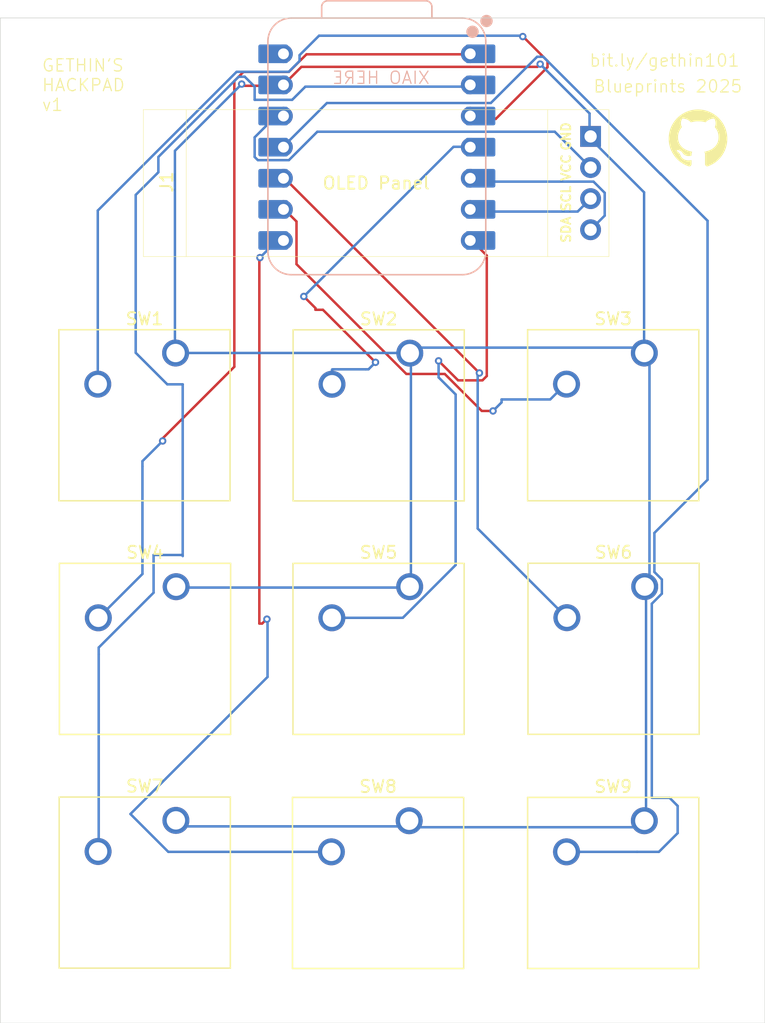
<source format=kicad_pcb>
(kicad_pcb (version 20241229) (generator "pcbnew") (generator_version "9.0")
  (layers (0 "F.Cu" signal) (2 "B.Cu" signal) (13 "F.Paste" user) (15 "B.Paste" user) (5 "F.SilkS" user "F.Silkscreen") (7 "B.SilkS" user "B.Silkscreen") (1 "F.Mask" user) (3 "B.Mask" user) (25 "Edge.Cuts" user))
  (net 0 "")
  (net 1 "Net-(J1-Pin_2)")
  (net 2 "GND")
  (net 3 "Net-(J1-Pin_4)")
  (net 4 "Net-(J1-Pin_3)")
  (net 5 "Net-(U1-GPIO28{slash}ADC2{slash}A2)")
  (net 6 "Net-(U1-GPIO29{slash}ADC3{slash}A3)")
  (net 7 "Net-(U1-GPIO2{slash}SCK)")
  (net 8 "Net-(U1-GPIO26{slash}ADC0{slash}A0)")
  (net 9 "Net-(U1-GPIO0{slash}TX)")
  (net 10 "Net-(U1-GPIO4{slash}MISO)")
  (net 11 "Net-(U1-GPIO27{slash}ADC1{slash}A1)")
  (net 12 "Net-(U1-GPIO1{slash}RX)")
  (net 13 "Net-(U1-GPIO3{slash}MOSI)")
  (footprint "Button_Switch_Keyboard:SW_Cherry_MX_1.00u_PCB" (layer "F.Cu") (at 150.75 56.9)
    (property "Reference" "SW3" (at -2.54 -2.794 0) (layer "F.SilkS"))
    (property "Value" "SW_Push")
    (fp_line (start -9.525 -1.905) (end 4.445 -1.905) (stroke (width 0.12)) (layer "F.SilkS"))
    (fp_line (start -9.525 12.065) (end -9.525 -1.905) (stroke (width 0.12)) (layer "F.SilkS"))
    (fp_line (start 4.445 -1.905) (end 4.445 12.065) (stroke (width 0.12)) (layer "F.SilkS"))
    (fp_line (start 4.445 12.065) (end -9.525 12.065) (stroke (width 0.12)) (layer "F.SilkS"))
    (pad "" np_thru_hole circle (at -7.62 5.08) (size 1.7 1.7) (drill 1.7) (layers "*.Cu" "*.Mask"))
    (pad "" np_thru_hole circle (at -2.54 5.08) (size 4 4) (drill 4) (layers "*.Cu" "*.Mask"))
    (pad "" np_thru_hole circle (at 2.54 5.08) (size 1.7 1.7) (drill 1.7) (layers "*.Cu" "*.Mask"))
    (pad "1" thru_hole circle (at 0 0) (size 2.2 2.2) (drill 1.5) (layers "*.Cu" "*.Mask") (net 2 "GND"))
    (pad "2" thru_hole circle (at -6.35 2.54) (size 2.2 2.2) (drill 1.5) (layers "*.Cu" "*.Mask") (net 7 "Net-(U1-GPIO2{slash}SCK)"))
  )
  (footprint "gethin_library_fresh:SSD1306-0.91-OLED-4pin-128x32" (layer "F.Cu") (at 109.865 37.025)
    (property "Reference" "J1" (at 1.9 5.91 90) (layer "F.SilkS"))
    (property "Value" "Conn_01x04")
    (fp_line (start 0 0) (end 0 12) (stroke (width 0.04)) (layer "F.SilkS"))
    (fp_line (start 0 12) (end 38 12) (stroke (width 0.04)) (layer "F.SilkS"))
    (fp_line (start 3.5 0) (end 3.5 12) (stroke (width 0.04)) (layer "F.SilkS"))
    (fp_line (start 33 0) (end 33 12) (stroke (width 0.04)) (layer "F.SilkS"))
    (fp_line (start 38 0) (end 0 0) (stroke (width 0.04)) (layer "F.SilkS"))
    (fp_line (start 38 12) (end 38 0) (stroke (width 0.04)) (layer "F.SilkS"))
    (fp_text user "GND" (at 34.5 2.19 270) (layer "F.SilkS") (effects (font (size 0.75 0.75))))
    (fp_text user "OLED Panel" (at 19 6 0) (layer "F.SilkS"))
    (fp_text user "SDA" (at 34.5 9.81 270) (layer "F.SilkS") (effects (font (size 0.75 0.75))))
    (fp_text user "VCC" (at 34.5 4.73 270) (layer "F.SilkS") (effects (font (size 0.75 0.75))))
    (fp_text user "SCL" (at 34.5 7.27 270) (layer "F.SilkS") (effects (font (size 0.75 0.75))))
    (pad "1" thru_hole rect (at 36.5 2.19) (size 1.7 1.7) (drill 1) (layers "*.Cu" "*.Mask") (net 2 "GND"))
    (pad "2" thru_hole oval (at 36.5 4.73) (size 1.7 1.7) (drill 1) (layers "*.Cu" "*.Mask") (net 1 "Net-(J1-Pin_2)"))
    (pad "3" thru_hole oval (at 36.5 7.27) (size 1.7 1.7) (drill 1) (layers "*.Cu" "*.Mask") (net 4 "Net-(J1-Pin_3)"))
    (pad "4" thru_hole oval (at 36.5 9.81) (size 1.7 1.7) (drill 1) (layers "*.Cu" "*.Mask") (net 3 "Net-(J1-Pin_4)"))
  )
  (footprint "Button_Switch_Keyboard:SW_Cherry_MX_1.00u_PCB" (layer "F.Cu") (at 112.52 95.06)
    (property "Reference" "SW7" (at -2.54 -2.794 0) (layer "F.SilkS"))
    (property "Value" "SW_Push")
    (fp_line (start -9.525 -1.905) (end 4.445 -1.905) (stroke (width 0.12)) (layer "F.SilkS"))
    (fp_line (start -9.525 12.065) (end -9.525 -1.905) (stroke (width 0.12)) (layer "F.SilkS"))
    (fp_line (start 4.445 -1.905) (end 4.445 12.065) (stroke (width 0.12)) (layer "F.SilkS"))
    (fp_line (start 4.445 12.065) (end -9.525 12.065) (stroke (width 0.12)) (layer "F.SilkS"))
    (pad "" np_thru_hole circle (at -7.62 5.08) (size 1.7 1.7) (drill 1.7) (layers "*.Cu" "*.Mask"))
    (pad "" np_thru_hole circle (at -2.54 5.08) (size 4 4) (drill 4) (layers "*.Cu" "*.Mask"))
    (pad "" np_thru_hole circle (at 2.54 5.08) (size 1.7 1.7) (drill 1.7) (layers "*.Cu" "*.Mask"))
    (pad "1" thru_hole circle (at 0 0) (size 2.2 2.2) (drill 1.5) (layers "*.Cu" "*.Mask") (net 2 "GND"))
    (pad "2" thru_hole circle (at -6.35 2.54) (size 2.2 2.2) (drill 1.5) (layers "*.Cu" "*.Mask") (net 11 "Net-(U1-GPIO27{slash}ADC1{slash}A1)"))
  )
  (footprint "Button_Switch_Keyboard:SW_Cherry_MX_1.00u_PCB" (layer "F.Cu") (at 131.56 95.09)
    (property "Reference" "SW8" (at -2.54 -2.794 0) (layer "F.SilkS"))
    (property "Value" "SW_Push")
    (fp_line (start -9.525 -1.905) (end 4.445 -1.905) (stroke (width 0.12)) (layer "F.SilkS"))
    (fp_line (start -9.525 12.065) (end -9.525 -1.905) (stroke (width 0.12)) (layer "F.SilkS"))
    (fp_line (start 4.445 -1.905) (end 4.445 12.065) (stroke (width 0.12)) (layer "F.SilkS"))
    (fp_line (start 4.445 12.065) (end -9.525 12.065) (stroke (width 0.12)) (layer "F.SilkS"))
    (pad "" np_thru_hole circle (at -7.62 5.08) (size 1.7 1.7) (drill 1.7) (layers "*.Cu" "*.Mask"))
    (pad "" np_thru_hole circle (at -2.54 5.08) (size 4 4) (drill 4) (layers "*.Cu" "*.Mask"))
    (pad "" np_thru_hole circle (at 2.54 5.08) (size 1.7 1.7) (drill 1.7) (layers "*.Cu" "*.Mask"))
    (pad "1" thru_hole circle (at 0 0) (size 2.2 2.2) (drill 1.5) (layers "*.Cu" "*.Mask") (net 2 "GND"))
    (pad "2" thru_hole circle (at -6.35 2.54) (size 2.2 2.2) (drill 1.5) (layers "*.Cu" "*.Mask") (net 12 "Net-(U1-GPIO1{slash}RX)"))
  )
  (footprint "Button_Switch_Keyboard:SW_Cherry_MX_1.00u_PCB" (layer "F.Cu") (at 150.78 75.97)
    (property "Reference" "SW6" (at -2.54 -2.794 0) (layer "F.SilkS"))
    (property "Value" "SW_Push")
    (fp_line (start -9.525 -1.905) (end 4.445 -1.905) (stroke (width 0.12)) (layer "F.SilkS"))
    (fp_line (start -9.525 12.065) (end -9.525 -1.905) (stroke (width 0.12)) (layer "F.SilkS"))
    (fp_line (start 4.445 -1.905) (end 4.445 12.065) (stroke (width 0.12)) (layer "F.SilkS"))
    (fp_line (start 4.445 12.065) (end -9.525 12.065) (stroke (width 0.12)) (layer "F.SilkS"))
    (pad "" np_thru_hole circle (at -7.62 5.08) (size 1.7 1.7) (drill 1.7) (layers "*.Cu" "*.Mask"))
    (pad "" np_thru_hole circle (at -2.54 5.08) (size 4 4) (drill 4) (layers "*.Cu" "*.Mask"))
    (pad "" np_thru_hole circle (at 2.54 5.08) (size 1.7 1.7) (drill 1.7) (layers "*.Cu" "*.Mask"))
    (pad "1" thru_hole circle (at 0 0) (size 2.2 2.2) (drill 1.5) (layers "*.Cu" "*.Mask") (net 2 "GND"))
    (pad "2" thru_hole circle (at -6.35 2.54) (size 2.2 2.2) (drill 1.5) (layers "*.Cu" "*.Mask") (net 10 "Net-(U1-GPIO4{slash}MISO)"))
  )
  (footprint "Button_Switch_Keyboard:SW_Cherry_MX_1.00u_PCB" (layer "F.Cu") (at 112.54 75.98)
    (property "Reference" "SW4" (at -2.54 -2.794 0) (layer "F.SilkS"))
    (property "Value" "SW_Push")
    (fp_line (start -9.525 -1.905) (end 4.445 -1.905) (stroke (width 0.12)) (layer "F.SilkS"))
    (fp_line (start -9.525 12.065) (end -9.525 -1.905) (stroke (width 0.12)) (layer "F.SilkS"))
    (fp_line (start 4.445 -1.905) (end 4.445 12.065) (stroke (width 0.12)) (layer "F.SilkS"))
    (fp_line (start 4.445 12.065) (end -9.525 12.065) (stroke (width 0.12)) (layer "F.SilkS"))
    (pad "" np_thru_hole circle (at -7.62 5.08) (size 1.7 1.7) (drill 1.7) (layers "*.Cu" "*.Mask"))
    (pad "" np_thru_hole circle (at -2.54 5.08) (size 4 4) (drill 4) (layers "*.Cu" "*.Mask"))
    (pad "" np_thru_hole circle (at 2.54 5.08) (size 1.7 1.7) (drill 1.7) (layers "*.Cu" "*.Mask"))
    (pad "1" thru_hole circle (at 0 0) (size 2.2 2.2) (drill 1.5) (layers "*.Cu" "*.Mask") (net 2 "GND"))
    (pad "2" thru_hole circle (at -6.35 2.54) (size 2.2 2.2) (drill 1.5) (layers "*.Cu" "*.Mask") (net 8 "Net-(U1-GPIO26{slash}ADC0{slash}A0)"))
  )
  (footprint "Button_Switch_Keyboard:SW_Cherry_MX_1.00u_PCB" (layer "F.Cu") (at 131.61 56.91)
    (property "Reference" "SW2" (at -2.54 -2.794 0) (layer "F.SilkS"))
    (property "Value" "SW_Push")
    (fp_line (start -9.525 -1.905) (end 4.445 -1.905) (stroke (width 0.12)) (layer "F.SilkS"))
    (fp_line (start -9.525 12.065) (end -9.525 -1.905) (stroke (width 0.12)) (layer "F.SilkS"))
    (fp_line (start 4.445 -1.905) (end 4.445 12.065) (stroke (width 0.12)) (layer "F.SilkS"))
    (fp_line (start 4.445 12.065) (end -9.525 12.065) (stroke (width 0.12)) (layer "F.SilkS"))
    (pad "" np_thru_hole circle (at -7.62 5.08) (size 1.7 1.7) (drill 1.7) (layers "*.Cu" "*.Mask"))
    (pad "" np_thru_hole circle (at -2.54 5.08) (size 4 4) (drill 4) (layers "*.Cu" "*.Mask"))
    (pad "" np_thru_hole circle (at 2.54 5.08) (size 1.7 1.7) (drill 1.7) (layers "*.Cu" "*.Mask"))
    (pad "1" thru_hole circle (at 0 0) (size 2.2 2.2) (drill 1.5) (layers "*.Cu" "*.Mask") (net 2 "GND"))
    (pad "2" thru_hole circle (at -6.35 2.54) (size 2.2 2.2) (drill 1.5) (layers "*.Cu" "*.Mask") (net 6 "Net-(U1-GPIO29{slash}ADC3{slash}A3)"))
  )
  (footprint "Button_Switch_Keyboard:SW_Cherry_MX_1.00u_PCB" (layer "F.Cu") (at 131.6 75.98)
    (property "Reference" "SW5" (at -2.54 -2.794 0) (layer "F.SilkS"))
    (property "Value" "SW_Push")
    (fp_line (start -9.525 -1.905) (end 4.445 -1.905) (stroke (width 0.12)) (layer "F.SilkS"))
    (fp_line (start -9.525 12.065) (end -9.525 -1.905) (stroke (width 0.12)) (layer "F.SilkS"))
    (fp_line (start 4.445 -1.905) (end 4.445 12.065) (stroke (width 0.12)) (layer "F.SilkS"))
    (fp_line (start 4.445 12.065) (end -9.525 12.065) (stroke (width 0.12)) (layer "F.SilkS"))
    (pad "" np_thru_hole circle (at -7.62 5.08) (size 1.7 1.7) (drill 1.7) (layers "*.Cu" "*.Mask"))
    (pad "" np_thru_hole circle (at -2.54 5.08) (size 4 4) (drill 4) (layers "*.Cu" "*.Mask"))
    (pad "" np_thru_hole circle (at 2.54 5.08) (size 1.7 1.7) (drill 1.7) (layers "*.Cu" "*.Mask"))
    (pad "1" thru_hole circle (at 0 0) (size 2.2 2.2) (drill 1.5) (layers "*.Cu" "*.Mask") (net 2 "GND"))
    (pad "2" thru_hole circle (at -6.35 2.54) (size 2.2 2.2) (drill 1.5) (layers "*.Cu" "*.Mask") (net 9 "Net-(U1-GPIO0{slash}TX)"))
  )
  (footprint "Button_Switch_Keyboard:SW_Cherry_MX_1.00u_PCB" (layer "F.Cu") (at 150.75 95.09)
    (property "Reference" "SW9" (at -2.54 -2.794 0) (layer "F.SilkS"))
    (property "Value" "SW_Push")
    (fp_line (start -9.525 -1.905) (end 4.445 -1.905) (stroke (width 0.12)) (layer "F.SilkS"))
    (fp_line (start -9.525 12.065) (end -9.525 -1.905) (stroke (width 0.12)) (layer "F.SilkS"))
    (fp_line (start 4.445 -1.905) (end 4.445 12.065) (stroke (width 0.12)) (layer "F.SilkS"))
    (fp_line (start 4.445 12.065) (end -9.525 12.065) (stroke (width 0.12)) (layer "F.SilkS"))
    (pad "" np_thru_hole circle (at -7.62 5.08) (size 1.7 1.7) (drill 1.7) (layers "*.Cu" "*.Mask"))
    (pad "" np_thru_hole circle (at -2.54 5.08) (size 4 4) (drill 4) (layers "*.Cu" "*.Mask"))
    (pad "" np_thru_hole circle (at 2.54 5.08) (size 1.7 1.7) (drill 1.7) (layers "*.Cu" "*.Mask"))
    (pad "1" thru_hole circle (at 0 0) (size 2.2 2.2) (drill 1.5) (layers "*.Cu" "*.Mask") (net 2 "GND"))
    (pad "2" thru_hole circle (at -6.35 2.54) (size 2.2 2.2) (drill 1.5) (layers "*.Cu" "*.Mask") (net 13 "Net-(U1-GPIO3{slash}MOSI)"))
  )
  (footprint "Button_Switch_Keyboard:SW_Cherry_MX_1.00u_PCB" (layer "F.Cu") (at 112.495 56.9)
    (property "Reference" "SW1" (at -2.54 -2.794 0) (layer "F.SilkS"))
    (property "Value" "SW_Push")
    (fp_line (start -9.525 -1.905) (end 4.445 -1.905) (stroke (width 0.12)) (layer "F.SilkS"))
    (fp_line (start -9.525 12.065) (end -9.525 -1.905) (stroke (width 0.12)) (layer "F.SilkS"))
    (fp_line (start 4.445 -1.905) (end 4.445 12.065) (stroke (width 0.12)) (layer "F.SilkS"))
    (fp_line (start 4.445 12.065) (end -9.525 12.065) (stroke (width 0.12)) (layer "F.SilkS"))
    (pad "" np_thru_hole circle (at -7.62 5.08) (size 1.7 1.7) (drill 1.7) (layers "*.Cu" "*.Mask"))
    (pad "" np_thru_hole circle (at -2.54 5.08) (size 4 4) (drill 4) (layers "*.Cu" "*.Mask"))
    (pad "" np_thru_hole circle (at 2.54 5.08) (size 1.7 1.7) (drill 1.7) (layers "*.Cu" "*.Mask"))
    (pad "1" thru_hole circle (at 0 0) (size 2.2 2.2) (drill 1.5) (layers "*.Cu" "*.Mask") (net 2 "GND"))
    (pad "2" thru_hole circle (at -6.35 2.54) (size 2.2 2.2) (drill 1.5) (layers "*.Cu" "*.Mask") (net 5 "Net-(U1-GPIO28{slash}ADC2{slash}A2)"))
  )
  (footprint "gethin_footprints:XIAO-RP2040-DIP" (layer "B.Cu") (at 128.92 40.09 180)
    (property "Reference" "U1" (hide yes))
    (property "Value" "XIAO-RP2040-DIP")
    (fp_line (start 8.89 -8.509) (end 8.89 8.636) (stroke (width 0.127)) (layer "B.SilkS"))
    (fp_line (start 6.985 10.541) (end -6.985 10.541) (stroke (width 0.1)) (layer "B.SilkS"))
    (fp_line (start 6.985 10.541) (end -6.985 10.541) (stroke (width 0.127)) (layer "B.SilkS"))
    (fp_line (start 4.504 11.451) (end 4.504 10.541) (stroke (width 0.127)) (layer "B.SilkS"))
    (fp_line (start -3.991272 11.951) (end 4.004 11.951) (stroke (width 0.127)) (layer "B.SilkS"))
    (fp_line (start -4.495 10.541) (end -4.491272 11.451272) (stroke (width 0.127)) (layer "B.SilkS"))
    (fp_line (start -6.985 -10.414) (end 6.985 -10.414) (stroke (width 0.127)) (layer "B.SilkS"))
    (fp_line (start -8.89 -8.509) (end -8.89 8.636) (stroke (width 0.127)) (layer "B.SilkS"))
    (fp_arc (start 8.89 8.636) (mid 8.332038 9.983038) (end 6.985 10.541) (stroke (width 0.127)) (layer "B.SilkS"))
    (fp_arc (start 6.985 -10.414) (mid 8.332038 -9.856038) (end 8.89 -8.509) (stroke (width 0.127)) (layer "B.SilkS"))
    (fp_arc (start 4.504 11.451) (mid 4.357553 11.804553) (end 4.004 11.951) (stroke (width 0.127)) (layer "B.SilkS"))
    (fp_arc (start -3.991272 11.951) (mid -4.344724 11.804644) (end -4.491272 11.451272) (stroke (width 0.127)) (layer "B.SilkS"))
    (fp_arc (start -6.985 10.541) (mid -8.332038 9.983038) (end -8.89 8.636) (stroke (width 0.127)) (layer "B.SilkS"))
    (fp_arc (start -8.89 -8.509) (mid -8.332038 -9.856038) (end -6.985 -10.414) (stroke (width 0.127)) (layer "B.SilkS"))
    (fp_circle (center -7.807 9.42) (end -7.807 9.674) (stroke (width 0.5)) (fill yes) (layer "B.SilkS"))
    (fp_circle (center -8.95 10.3) (end -8.95 10.554) (stroke (width 0.5)) (fill yes) (layer "B.SilkS"))
    (pad "1" smd roundrect (at -8.455 7.62) (size 2.432 1.524) (layers "B.Cu" "B.Mask") (roundrect_rratio 0.1) (net 8 "Net-(U1-GPIO26{slash}ADC0{slash}A0)"))
    (pad "1" thru_hole circle (at -7.62 7.62) (size 1.524 1.524) (drill 0.889) (layers "*.Cu" "*.Mask") (net 8 "Net-(U1-GPIO26{slash}ADC0{slash}A0)"))
    (pad "2" smd roundrect (at -8.455 5.08) (size 2.432 1.524) (layers "B.Cu" "B.Mask") (roundrect_rratio 0.1) (net 11 "Net-(U1-GPIO27{slash}ADC1{slash}A1)"))
    (pad "2" thru_hole circle (at -7.62 5.08) (size 1.524 1.524) (drill 0.889) (layers "*.Cu" "*.Mask") (net 11 "Net-(U1-GPIO27{slash}ADC1{slash}A1)"))
    (pad "3" smd roundrect (at -8.455 2.54) (size 2.432 1.524) (layers "B.Cu" "B.Mask") (roundrect_rratio 0.1) (net 5 "Net-(U1-GPIO28{slash}ADC2{slash}A2)"))
    (pad "3" thru_hole circle (at -7.62 2.54) (size 1.524 1.524) (drill 0.889) (layers "*.Cu" "*.Mask") (net 5 "Net-(U1-GPIO28{slash}ADC2{slash}A2)"))
    (pad "4" smd roundrect (at -8.455 0) (size 2.432 1.524) (layers "B.Cu" "B.Mask") (roundrect_rratio 0.1) (net 6 "Net-(U1-GPIO29{slash}ADC3{slash}A3)"))
    (pad "4" thru_hole circle (at -7.62 0) (size 1.524 1.524) (drill 0.889) (layers "*.Cu" "*.Mask") (net 6 "Net-(U1-GPIO29{slash}ADC3{slash}A3)"))
    (pad "5" smd roundrect (at -8.455 -2.54) (size 2.432 1.524) (layers "B.Cu" "B.Mask") (roundrect_rratio 0.1) (net 3 "Net-(J1-Pin_4)"))
    (pad "5" thru_hole circle (at -7.62 -2.54) (size 1.524 1.524) (drill 0.889) (layers "*.Cu" "*.Mask") (net 3 "Net-(J1-Pin_4)"))
    (pad "6" smd roundrect (at -8.455 -5.08) (size 2.432 1.524) (layers "B.Cu" "B.Mask") (roundrect_rratio 0.1) (net 4 "Net-(J1-Pin_3)"))
    (pad "6" thru_hole circle (at -7.62 -5.08) (size 1.524 1.524) (drill 0.889) (layers "*.Cu" "*.Mask") (net 4 "Net-(J1-Pin_3)"))
    (pad "7" smd roundrect (at -8.455 -7.62) (size 2.432 1.524) (layers "B.Cu" "B.Mask") (roundrect_rratio 0.1) (net 9 "Net-(U1-GPIO0{slash}TX)"))
    (pad "7" thru_hole circle (at -7.62 -7.62) (size 1.524 1.524) (drill 0.889) (layers "*.Cu" "*.Mask") (net 9 "Net-(U1-GPIO0{slash}TX)"))
    (pad "8" thru_hole circle (at 7.62 -7.62 180) (size 1.524 1.524) (drill 0.889) (layers "*.Cu" "*.Mask") (net 12 "Net-(U1-GPIO1{slash}RX)"))
    (pad "8" smd roundrect (at 8.455 -7.62 180) (size 2.432 1.524) (layers "B.Cu" "B.Mask") (roundrect_rratio 0.1) (net 12 "Net-(U1-GPIO1{slash}RX)"))
    (pad "9" thru_hole circle (at 7.62 -5.08 180) (size 1.524 1.524) (drill 0.889) (layers "*.Cu" "*.Mask") (net 7 "Net-(U1-GPIO2{slash}SCK)"))
    (pad "9" smd roundrect (at 8.455 -5.08 180) (size 2.432 1.524) (layers "B.Cu" "B.Mask") (roundrect_rratio 0.1) (net 7 "Net-(U1-GPIO2{slash}SCK)"))
    (pad "10" thru_hole circle (at 7.62 -2.54 180) (size 1.524 1.524) (drill 0.889) (layers "*.Cu" "*.Mask") (net 10 "Net-(U1-GPIO4{slash}MISO)"))
    (pad "10" smd roundrect (at 8.455 -2.54 180) (size 2.432 1.524) (layers "B.Cu" "B.Mask") (roundrect_rratio 0.1) (net 10 "Net-(U1-GPIO4{slash}MISO)"))
    (pad "11" thru_hole circle (at 7.62 0 180) (size 1.524 1.524) (drill 0.889) (layers "*.Cu" "*.Mask") (net 13 "Net-(U1-GPIO3{slash}MOSI)"))
    (pad "11" smd roundrect (at 8.455 0 180) (size 2.432 1.524) (layers "B.Cu" "B.Mask") (roundrect_rratio 0.1) (net 13 "Net-(U1-GPIO3{slash}MOSI)"))
    (pad "12" thru_hole circle (at 7.62 2.54 180) (size 1.524 1.524) (drill 0.889) (layers "*.Cu" "*.Mask") (net 1 "Net-(J1-Pin_2)"))
    (pad "12" smd roundrect (at 8.455 2.54 180) (size 2.432 1.524) (layers "B.Cu" "B.Mask") (roundrect_rratio 0.1) (net 1 "Net-(J1-Pin_2)"))
    (pad "13" thru_hole circle (at 7.62 5.08 180) (size 1.524 1.524) (drill 0.889) (layers "*.Cu" "*.Mask") (net 2 "GND"))
    (pad "13" smd roundrect (at 8.455 5.08 180) (size 2.432 1.524) (layers "B.Cu" "B.Mask") (roundrect_rratio 0.1) (net 2 "GND"))
    (pad "14" thru_hole circle (at 7.62 7.62 180) (size 1.524 1.524) (drill 0.889) (layers "*.Cu" "*.Mask"))
    (pad "14" smd roundrect (at 8.455 7.62 180) (size 2.432 1.524) (layers "B.Cu" "B.Mask") (roundrect_rratio 0.1))
  )
  (gr_poly (pts (xy 155.153249 37.012592) (xy 155.261769 37.016094) (xy 155.369139 37.024392) (xy 155.475246 37.037388) (xy 155.579974 37.054984) (xy 155.683211 37.077083) (xy 155.784842 37.103588) (xy 155.884754 37.134399) (xy 155.982832 37.169421) (xy 156.078963 37.208554) (xy 156.173033 37.251701) (xy 156.264928 37.298764) (xy 156.354535 37.349647) (xy 156.441738 37.40425) (xy 156.526426 37.462477) (xy 156.608483 37.524229) (xy 156.687795 37.589408) (xy 156.76425 37.657918) (xy 156.837733 37.729661) (xy 156.908129 37.804537) (xy 156.975327 37.882451) (xy 157.03921 37.963304) (xy 157.099666 38.046998) (xy 157.156581 38.133437) (xy 157.209841 38.222521) (xy 157.259332 38.314153) (xy 157.30494 38.408236) (xy 157.346551 38.504672) (xy 157.384052 38.603363) (xy 157.417328 38.704211) (xy 157.446266 38.807119) (xy 157.470752 38.911989) (xy 157.490672 39.018723) (xy 157.505784 39.126243) (xy 157.515975 39.23345) (xy 157.52132 39.340216) (xy 157.521897 39.44641) (xy 157.517782 39.551906) (xy 157.509052 39.656573) (xy 157.495785 39.760282) (xy 157.478056 39.862905) (xy 157.455943 39.964314) (xy 157.429522 40.064378) (xy 157.398871 40.162969) (xy 157.364066 40.259958) (xy 157.325184 40.355217) (xy 157.282301 40.448615) (xy 157.235495 40.540026) (xy 157.184843 40.629319) (xy 157.13042 40.716365) (xy 157.072304 40.801036) (xy 157.010572 40.883204) (xy 156.945301 40.962738) (xy 156.876567 41.03951) (xy 156.804447 41.113391) (xy 156.729019 41.184253) (xy 156.650357 41.251965) (xy 156.568541 41.316401) (xy 156.483646 41.37743) (xy 156.395749 41.434923) (xy 156.304927 41.488752) (xy 156.211257 41.538788) (xy 156.114816 41.584902) (xy 156.01568 41.626966) (xy 155.913926 41.664849) (xy 155.903722 41.665154) (xy 155.893563 41.664936) (xy 155.883468 41.664202) (xy 155.873456 41.662959) (xy 155.863544 41.661214) (xy 155.853752 41.658972) (xy 155.844097 41.656242) (xy 155.834598 41.653029) (xy 155.825273 41.649341) (xy 155.816141 41.645184) (xy 155.80722 41.640565) (xy 155.798529 41.63549) (xy 155.790086 41.629967) (xy 155.781909 41.624002) (xy 155.774017 41.617602) (xy 155.766427 41.610774) (xy 155.759199 41.603565) (xy 155.752382 41.59603) (xy 155.745984 41.588187) (xy 155.740013 41.580054) (xy 155.734477 41.57165) (xy 155.729383 41.562991) (xy 155.724738 41.554097) (xy 155.720552 41.544985) (xy 155.716831 41.535674) (xy 155.713583 41.52618) (xy 155.710816 41.516523) (xy 155.708537 41.50672) (xy 155.706755 41.49679) (xy 155.705477 41.486749) (xy 155.704711 41.476617) (xy 155.704464 41.466411) (xy 155.704464 40.782904) (xy 155.706276 40.762342) (xy 155.707373 40.741772) (xy 155.707757 40.721214) (xy 155.707432 40.700686) (xy 155.706401 40.680204) (xy 155.704667 40.659788) (xy 155.702233 40.639456) (xy 155.699102 40.619225) (xy 155.695277 40.599113) (xy 155.690762 40.57914) (xy 155.685559 40.559322) (xy 155.679672 40.539677) (xy 155.673104 40.520225) (xy 155.665857 40.500982) (xy 155.657936 40.481968) (xy 155.649343 40.463199) (xy 155.718619 40.449897) (xy 155.785882 40.434815) (xy 155.851117 40.41798) (xy 155.914314 40.399422) (xy 155.975459 40.379168) (xy 156.034542 40.357246) (xy 156.09155 40.333686) (xy 156.14647 40.308514) (xy 156.199291 40.28176) (xy 156.250001 40.253452) (xy 156.298586 40.223618) (xy 156.345037 40.192285) (xy 156.389339 40.159484) (xy 156.431482 40.125241) (xy 156.471452 40.089585) (xy 156.509239 40.052544) (xy 156.544829 40.014146) (xy 156.57821 39.974421) (xy 156.609372 39.933395) (xy 156.6383 39.891098) (xy 156.664984 39.847557) (xy 156.689412 39.802801) (xy 156.71157 39.756858) (xy 156.731447 39.709757) (xy 156.749031 39.661525) (xy 156.76431 39.61219) (xy 156.777272 39.561782) (xy 156.787904 39.510329) (xy 156.796194 39.457858) (xy 156.802131 39.404397) (xy 156.805702 39.349976) (xy 156.806895 39.294622) (xy 156.807511 39.236807) (xy 156.805311 39.179275) (xy 156.800327 39.122122) (xy 156.792596 39.065444) (xy 156.782152 39.009334) (xy 156.769031 38.953887) (xy 156.753266 38.899199) (xy 156.734893 38.845364) (xy 156.713947 38.792477) (xy 156.690463 38.740632) (xy 156.664476 38.689926) (xy 156.63602 38.640451) (xy 156.605132 38.592304) (xy 156.571844 38.54558) (xy 156.536193 38.500372) (xy 156.498214 38.456776) (xy 156.517427 38.413832) (xy 156.533668 38.370064) (xy 156.546948 38.325614) (xy 156.557274 38.280627) (xy 156.564656 38.235247) (xy 156.569103 38.189616) (xy 156.570624 38.14388) (xy 156.569228 38.098181) (xy 156.564923 38.052665) (xy 156.557719 38.007474) (xy 156.547625 37.962752) (xy 156.53465 37.918644) (xy 156.518803 37.875293) (xy 156.500092 37.832842) (xy 156.478527 37.791437) (xy 156.454117 37.75122) (xy 156.40419 37.753168) (xy 156.354646 37.757602) (xy 156.305571 37.764482) (xy 156.257048 37.773774) (xy 156.209162 37.78544) (xy 156.161997 37.799443) (xy 156.115638 37.815746) (xy 156.070168 37.834313) (xy 156.025673 37.855106) (xy 155.982236 37.878088) (xy 155.939941 37.903224) (xy 155.898874 37.930475) (xy 155.859118 37.959805) (xy 155.820758 37.991177) (xy 155.783878 38.024555) (xy 155.748562 38.059901) (xy 155.675814 38.039861) (xy 155.60241 38.022769) (xy 155.528441 38.008633) (xy 155.453997 37.997468) (xy 155.379165 37.989283) (xy 155.304037 37.984091) (xy 155.228702 37.981903) (xy 155.153249 37.982731) (xy 155.115353 37.981848) (xy 155.077482 37.981827) (xy 155.03965 37.982668) (xy 155.00187 37.984366) (xy 154.964159 37.986921) (xy 154.926529 37.99033) (xy 154.888996 37.994591) (xy 154.851574 37.999702) (xy 154.814278 38.005661) (xy 154.777121 38.012465) (xy 154.74012 38.020112) (xy 154.703287 38.028601) (xy 154.666638 38.037929) (xy 154.630187 38.048093) (xy 154.593948 38.059093) (xy 154.557937 38.070925) (xy 154.523078 38.034627) (xy 154.486579 38.00032) (xy 154.448528 37.968044) (xy 154.409011 37.937836) (xy 154.368117 37.909739) (xy 154.325933 37.88379) (xy 154.282546 37.86003) (xy 154.238044 37.838498) (xy 154.192515 37.819234) (xy 154.146045 37.802278) (xy 154.098722 37.787669) (xy 154.050635 37.775447) (xy 154.001869 37.765651) (xy 153.952513 37.758322) (xy 153.902655 37.753498) (xy 153.852381 37.75122) (xy 153.827429 37.791436) (xy 153.805494 37.832916) (xy 153.786582 37.875501) (xy 153.770702 37.919031) (xy 153.75786 37.963346) (xy 153.748065 38.008285) (xy 153.741323 38.053688) (xy 153.737643 38.099395) (xy 153.737032 38.145246) (xy 153.739496 38.19108) (xy 153.745045 38.236738) (xy 153.753685 38.28206) (xy 153.765424 38.326884) (xy 153.780269 38.371052) (xy 153.798228 38.414402) (xy 153.819308 38.456775) (xy 153.780577 38.500067) (xy 153.744176 38.545016) (xy 153.71014 38.591525) (xy 153.678507 38.6395) (xy 153.649314 38.688843) (xy 153.622595 38.73946) (xy 153.598389 38.791256) (xy 153.576731 38.844133) (xy 153.557659 38.897997) (xy 153.541208 38.952751) (xy 153.527415 39.0083) (xy 153.516317 39.064549) (xy 153.507951 39.121402) (xy 153.502352 39.178762) (xy 153.499557 39.236534) (xy 153.499603 39.294623) (xy 153.500796 39.349977) (xy 153.504367 39.404398) (xy 153.510304 39.457858) (xy 153.518594 39.510329) (xy 153.529227 39.561783) (xy 153.542188 39.612191) (xy 153.557467 39.661525) (xy 153.575051 39.709757) (xy 153.594928 39.756858) (xy 153.617087 39.802801) (xy 153.641514 39.847557) (xy 153.668198 39.891098) (xy 153.697126 39.933395) (xy 153.728288 39.974421) (xy 153.76167 40.014146) (xy 153.79726 40.052544) (xy 153.835046 40.089585) (xy 153.875017 40.125241) (xy 153.917159 40.159484) (xy 153.961461 40.192285) (xy 154.007912 40.223617) (xy 154.056498 40.253452) (xy 154.107207 40.28176) (xy 154.160028 40.308514) (xy 154.271956 40.357246) (xy 154.392185 40.399421) (xy 154.520617 40.434814) (xy 154.657155 40.463199) (xy 154.648562 40.481967) (xy 154.640641 40.500981) (xy 154.633394 40.520224) (xy 154.626826 40.539676) (xy 154.620939 40.559321) (xy 154.615736 40.579139) (xy 154.611221 40.599112) (xy 154.607396 40.619224) (xy 154.604265 40.639455) (xy 154.601831 40.659787) (xy 154.600097 40.680203) (xy 154.599066 40.700685) (xy 154.598741 40.721214) (xy 154.599125 40.741772) (xy 154.600222 40.762341) (xy 154.602034 40.782904) (xy 154.573997 40.7929) (xy 154.540001 40.801895) (xy 154.500805 40.809404) (xy 154.457168 40.814943) (xy 154.409849 40.818028) (xy 154.359607 40.818173) (xy 154.307201 40.814895) (xy 154.25339 40.807709) (xy 154.198933 40.79613) (xy 154.1717 40.788542) (xy 154.14459 40.779674) (xy 154.117698 40.769466) (xy 154.091118 40.757857) (xy 154.064947 40.744787) (xy 154.039278 40.730194) (xy 154.014206 40.714019) (xy 153.989827 40.696201) (xy 153.966235 40.676678) (xy 153.943525 40.655392) (xy 153.921793 40.632281) (xy 153.901132 40.607285) (xy 153.881638 40.580342) (xy 153.863405 40.551393) (xy 153.847837 40.528146) (xy 153.831034 40.505992) (xy 153.813055 40.484967) (xy 153.79396 40.465107) (xy 153.773811 40.44645) (xy 153.752665 40.42903) (xy 153.730583 40.412885) (xy 153.707625 40.39805) (xy 153.683851 40.384563) (xy 153.659321 40.372458) (xy 153.634094 40.361773) (xy 153.60823 40.352544) (xy 153.581789 40.344806) (xy 153.554831 40.338597) (xy 153.527416 40.333952) (xy 153.499603 40.330907) (xy 153.490086 40.330735) (xy 153.466875 40.331596) (xy 153.452637 40.333061) (xy 153.437979 40.335558) (xy 153.423903 40.339348) (xy 153.417396 40.341808) (xy 153.411409 40.344688) (xy 153.406068 40.34802) (xy 153.401499 40.351836) (xy 153.397826 40.35617) (xy 153.395174 40.361052) (xy 153.393669 40.366516) (xy 153.393435 40.372593) (xy 153.394599 40.379316) (xy 153.397284 40.386718) (xy 153.401617 40.39483) (xy 153.407722 40.403685) (xy 153.415724 40.413315) (xy 153.425749 40.423753) (xy 153.437922 40.43503) (xy 153.452368 40.44718) (xy 153.469212 40.460233) (xy 153.488579 40.474224) (xy 153.509766 40.491506) (xy 153.530227 40.509536) (xy 153.549944 40.52829) (xy 153.568902 40.547744) (xy 153.587084 40.567874) (xy 153.604473 40.588656) (xy 153.621053 40.610065) (xy 153.636807 40.632077) (xy 153.651719 40.654669) (xy 153.665771 40.677816) (xy 153.678947 40.701494) (xy 153.691232 40.725678) (xy 153.702607 40.750345) (xy 153.713057 40.775471) (xy 153.722565 40.801031) (xy 153.731114 40.827001) (xy 153.741406 40.846617) (xy 153.774178 40.897109) (xy 153.799881 40.930018) (xy 153.83227 40.965946) (xy 153.871701 41.003328) (xy 153.918527 41.040597) (xy 153.973105 41.076187) (xy 154.003412 41.092862) (xy 154.035789 41.10853) (xy 154.070283 41.122995) (xy 154.106936 41.136061) (xy 154.145794 41.147533) (xy 154.1869 41.157214) (xy 154.230299 41.164908) (xy 154.276036 41.170421) (xy 154.324155 41.173555) (xy 154.374701 41.174116) (xy 154.427717 41.171907) (xy 154.483248 41.166733) (xy 154.541339 41.158398) (xy 154.602034 41.146706) (xy 154.602034 41.466411) (xy 154.601777 41.475773) (xy 154.601016 41.485233) (xy 154.599763 41.494762) (xy 154.598029 41.504329) (xy 154.595827 41.513904) (xy 154.593168 41.523457) (xy 154.590066 41.532958) (xy 154.586531 41.542375) (xy 154.582576 41.55168) (xy 154.578214 41.560842) (xy 154.573456 41.56983) (xy 154.568315 41.578614) (xy 154.562802 41.587163) (xy 154.55693 41.595449) (xy 154.550711 41.603439) (xy 154.544156 41.611105) (xy 154.537279 41.618416) (xy 154.530091 41.62534) (xy 154.522604 41.631849) (xy 154.51483 41.637912) (xy 154.506782 41.643499) (xy 154.498471 41.648579) (xy 154.48991 41.653122) (xy 154.481111 41.657097) (xy 154.472086 41.660476) (xy 154.462847 41.663226) (xy 154.453406 41.665318) (xy 154.443775 41.666722) (xy 154.433967 41.667408) (xy 154.423993 41.667344) (xy 154.413865 41.666501) (xy 154.403597 41.664849) (xy 154.299189 41.629319) (xy 154.19739 41.589394) (xy 154.098283 41.545208) (xy 154.00195 41.496896) (xy 153.908474 41.444591) (xy 153.817939 41.388429) (xy 153.730428 41.328543) (xy 153.646023 41.26507) (xy 153.564807 41.198142) (xy 153.486864 41.127894) (xy 153.412277 41.054461) (xy 153.341128 40.977978) (xy 153.209477 40.816397) (xy 153.092576 40.644228) (xy 152.99109 40.462545) (xy 152.905681 40.272426) (xy 152.869213 40.174538) (xy 152.837014 40.074945) (xy 152.809166 39.97378) (xy 152.785752 39.871178) (xy 152.766856 39.767274) (xy 152.752561 39.662202) (xy 152.742949 39.556096) (xy 152.738103 39.449092) (xy 152.738107 39.341323) (xy 152.743043 39.232924) (xy 152.752995 39.124029) (xy 152.768045 39.014774) (xy 152.788076 38.906321) (xy 152.812834 38.799812) (xy 152.842197 38.695349) (xy 152.876046 38.593034) (xy 152.914258 38.492967) (xy 152.956714 38.395252) (xy 153.003291 38.299989) (xy 153.053868 38.207279) (xy 153.108326 38.117226) (xy 153.166542 38.029929) (xy 153.228396 37.945491) (xy 153.293766 37.864013) (xy 153.362532 37.785597) (xy 153.434572 37.710345) (xy 153.509765 37.638358) (xy 153.587992 37.569737) (xy 153.669129 37.504585) (xy 153.753057 37.443003) (xy 153.839654 37.385092) (xy 153.928799 37.330955) (xy 154.020372 37.280692) (xy 154.114251 37.234406) (xy 154.210314 37.192197) (xy 154.308442 37.154168) (xy 154.408513 37.12042) (xy 154.510407 37.091055) (xy 154.614001 37.066174) (xy 154.719175 37.04588) (xy 154.825807 37.030272) (xy 154.933778 37.019454) (xy 155.042966 37.013527) (xy 155.153249 37.012592)) (fill yes) (layer "F.SilkS"))
  (gr_rect (start 98.19 29.54) (end 160.59 111.61) (stroke (width 0.05)) (fill no) (layer "Edge.Cuts"))
  (gr_text "Blueprints 2025" (at 146.53 35.71 0) (layer "F.SilkS") (effects (font (size 1 1) (thickness 0.1)) (justify left bottom)))
  (gr_text "GETHIN'S\nHACKPAD\nv1" (at 101.53 37.22 0) (layer "F.SilkS") (effects (font (size 1 1) (thickness 0.1)) (justify left bottom)))
  (gr_text "bit.ly/gethin101\n" (at 146.21 33.6 0) (layer "F.SilkS") (effects (font (size 1 1) (thickness 0.1)) (justify left bottom)))
  (gr_text "XIAO HERE\n" (at 133.3 35.01 0) (layer "B.SilkS") (effects (font (size 1 1) (thickness 0.1)) (justify left bottom mirror)))
  (segment (start 119.209374 41.153) (end 118.948 40.891626) (width 0.2) (layer "B.Cu") (net 1))
  (segment (start 118.948 39.288374) (end 120.586374 37.65) (width 0.2) (layer "B.Cu") (net 1))
  (segment (start 121.74031 41.153) (end 119.209374 41.153) (width 0.2) (layer "B.Cu") (net 1))
  (segment (start 146.365 41.755) (end 143.44 38.83) (width 0.2) (layer "B.Cu") (net 1))
  (segment (start 124.06331 38.83) (end 121.74031 41.153) (width 0.2) (layer "B.Cu") (net 1))
  (segment (start 120.586374 37.65) (end 121.31 37.65) (width 0.2) (layer "B.Cu") (net 1))
  (segment (start 143.44 38.83) (end 124.06331 38.83) (width 0.2) (layer "B.Cu") (net 1))
  (segment (start 118.948 40.891626) (end 118.948 39.288374) (width 0.2) (layer "B.Cu") (net 1))
  (segment (start 142.25 33.31) (end 142.027 33.533) (width 0.2) (layer "F.Cu") (net 2))
  (segment (start 142.027 33.533) (end 122.767 33.533) (width 0.2) (layer "F.Cu") (net 2))
  (segment (start 118.03 35.08) (end 117.89 34.94) (width 0.2) (layer "F.Cu") (net 2))
  (segment (start 121.22 35.08) (end 118.03 35.08) (width 0.2) (layer "F.Cu") (net 2))
  (segment (start 122.767 33.533) (end 121.22 35.08) (width 0.2) (layer "F.Cu") (net 2))
  (via (at 117.89 34.94) (size 0.6) (drill 0.3) (layers "F.Cu" "B.Cu") (net 2))
  (via (at 142.25 33.31) (size 0.6) (drill 0.3) (layers "F.Cu" "B.Cu") (net 2))
  (segment (start 151.17 57.03) (end 151.17 75.73) (width 0.2) (layer "B.Cu") (net 2))
  (segment (start 131.7 76.01) (end 131.7 56.46) (width 0.2) (layer "B.Cu") (net 2))
  (segment (start 131.98 76.29) (end 131.7 76.01) (width 0.2) (layer "B.Cu") (net 2))
  (segment (start 151.17 75.73) (end 150.82 76.08) (width 0.2) (layer "B.Cu") (net 2))
  (segment (start 131.49 95.55) (end 112.8 95.55) (width 0.2) (layer "B.Cu") (net 2))
  (segment (start 117.89 34.94) (end 112.44 40.39) (width 0.2) (layer "B.Cu") (net 2))
  (segment (start 112.495 56.895) (end 131.915 56.895) (width 0.2) (layer "B.Cu") (net 2))
  (segment (start 150.6 56.46) (end 151.17 57.03) (width 0.2) (layer "B.Cu") (net 2))
  (segment (start 112.8 95.55) (end 112.51 95.26) (width 0.2) (layer "B.Cu") (net 2))
  (segment (start 150.89 76.15) (end 150.89 95.62) (width 0.2) (layer "B.Cu") (net 2))
  (segment (start 150.82 76.08) (end 150.89 76.15) (width 0.2) (layer "B.Cu") (net 2))
  (segment (start 131.915 56.895) (end 132.05 57.03) (width 0.2) (layer "B.Cu") (net 2))
  (segment (start 112.44 40.39) (end 112.44 57.24) (width 0.2) (layer "B.Cu") (net 2))
  (segment (start 131.56 95.62) (end 131.49 95.55) (width 0.2) (layer "B.Cu") (net 2))
  (segment (start 150.73 43.78) (end 146.28 39.33) (width 0.2) (layer "B.Cu") (net 2))
  (segment (start 112.49 76.05) (end 131.74 76.05) (width 0.2) (layer "B.Cu") (net 2))
  (segment (start 131.74 76.05) (end 131.98 76.29) (width 0.2) (layer "B.Cu") (net 2))
  (segment (start 142.25 33.31) (end 142.25 33.24) (width 0.2) (layer "B.Cu") (net 2))
  (segment (start 146.28 39.33) (end 146.28 37.34) (width 0.2) (layer "B.Cu") (net 2))
  (segment (start 131.7 56.46) (end 150.6 56.46) (width 0.2) (layer "B.Cu") (net 2))
  (segment (start 150.73 56.84) (end 150.73 43.78) (width 0.2) (layer "B.Cu") (net 2))
  (segment (start 150.89 95.62) (end 131.56 95.62) (width 0.2) (layer "B.Cu") (net 2))
  (segment (start 146.28 37.34) (end 142.25 33.31) (width 0.2) (layer "B.Cu") (net 2))
  (segment (start 136.716 42.906) (end 136.51 42.7) (width 0.2) (layer "B.Cu") (net 3))
  (segment (start 146.60376 42.906) (end 136.716 42.906) (width 0.2) (layer "B.Cu") (net 3))
  (segment (start 147.516 45.684) (end 147.516 43.81824) (width 0.2) (layer "B.Cu") (net 3))
  (segment (start 146.365 46.835) (end 147.516 45.684) (width 0.2) (layer "B.Cu") (net 3))
  (segment (start 147.516 43.81824) (end 146.60376 42.906) (width 0.2) (layer "B.Cu") (net 3))
  (segment (start 146.365 44.295) (end 145.31 45.35) (width 0.2) (layer "B.Cu") (net 4))
  (segment (start 145.31 45.35) (end 136.41 45.35) (width 0.2) (layer "B.Cu") (net 4))
  (segment (start 142.851 33.061057) (end 142.851 33.558943) (width 0.2) (layer "F.Cu") (net 5))
  (segment (start 140.849943 31.06) (end 142.851 33.061057) (width 0.2) (layer "F.Cu") (net 5))
  (segment (start 142.851 33.558943) (end 138.619943 37.79) (width 0.2) (layer "F.Cu") (net 5))
  (segment (start 138.619943 37.79) (end 136.37 37.79) (width 0.2) (layer "F.Cu") (net 5))
  (segment (start 140.83 31.06) (end 140.849943 31.06) (width 0.2) (layer "F.Cu") (net 5))
  (via (at 140.83 31.06) (size 0.6) (drill 0.3) (layers "F.Cu" "B.Cu") (net 5))
  (segment (start 121.73131 33.938) (end 122.613774 33.055536) (width 0.2) (layer "B.Cu") (net 5))
  (segment (start 117.474957 33.938) (end 121.73131 33.938) (width 0.2) (layer "B.Cu") (net 5))
  (segment (start 140.83 30.99) (end 140.83 31.06) (width 0.2) (layer "B.Cu") (net 5))
  (segment (start 124.20208 30.99) (end 140.83 30.99) (width 0.2) (layer "B.Cu") (net 5))
  (segment (start 106.145 45.267957) (end 117.474957 33.938) (width 0.2) (layer "B.Cu") (net 5))
  (segment (start 122.613774 33.055536) (end 122.613774 32.578306) (width 0.2) (layer "B.Cu") (net 5))
  (segment (start 122.613774 32.578306) (end 124.20208 30.99) (width 0.2) (layer "B.Cu") (net 5))
  (segment (start 106.145 59.435) (end 106.145 45.267957) (width 0.2) (layer "B.Cu") (net 5))
  (segment (start 128.81 57.66) (end 124.52 53.37) (width 0.2) (layer "F.Cu") (net 6))
  (segment (start 123.91 53.37) (end 123.91 53.23) (width 0.2) (layer "F.Cu") (net 6))
  (segment (start 123.91 53.23) (end 122.96 52.28) (width 0.2) (layer "F.Cu") (net 6))
  (segment (start 124.52 53.37) (end 123.91 53.37) (width 0.2) (layer "F.Cu") (net 6))
  (via (at 128.81 57.66) (size 0.6) (drill 0.3) (layers "F.Cu" "B.Cu") (net 6))
  (via (at 122.96 52.28) (size 0.6) (drill 0.3) (layers "F.Cu" "B.Cu") (net 6))
  (segment (start 128.01 58.23) (end 128.24 58.23) (width 0.2) (layer "B.Cu") (net 6))
  (segment (start 125.26 59.45) (end 125.26 58.264) (width 0.2) (layer "B.Cu") (net 6))
  (segment (start 125.26 58.264) (end 125.294 58.23) (width 0.2) (layer "B.Cu") (net 6))
  (segment (start 122.96 52.28) (end 135.18 40.06) (width 0.2) (layer "B.Cu") (net 6))
  (segment (start 128.24 58.23) (end 128.81 57.66) (width 0.2) (layer "B.Cu") (net 6))
  (segment (start 125.294 58.23) (end 128.01 58.23) (width 0.2) (layer "B.Cu") (net 6))
  (segment (start 135.18 40.06) (end 136.6 40.06) (width 0.2) (layer "B.Cu") (net 6))
  (segment (start 131.328686 58.61) (end 122.363 49.644314) (width 0.2) (layer "F.Cu") (net 7))
  (segment (start 138.4 61.63) (end 137.4829 61.63) (width 0.2) (layer "F.Cu") (net 7))
  (segment (start 122.363 46.163) (end 121.45 45.25) (width 0.2) (layer "F.Cu") (net 7))
  (segment (start 134.4629 58.61) (end 131.328686 58.61) (width 0.2) (layer "F.Cu") (net 7))
  (segment (start 137.4829 61.63) (end 134.4629 58.61) (width 0.2) (layer "F.Cu") (net 7))
  (segment (start 122.363 49.644314) (end 122.363 46.163) (width 0.2) (layer "F.Cu") (net 7))
  (via (at 138.4 61.63) (size 0.6) (drill 0.3) (layers "F.Cu" "B.Cu") (net 7))
  (segment (start 139.1 60.69) (end 139.1 60.93) (width 0.2) (layer "B.Cu") (net 7))
  (segment (start 139.1 60.93) (end 138.4 61.63) (width 0.2) (layer "B.Cu") (net 7))
  (segment (start 143.07 60.69) (end 139.1 60.69) (width 0.2) (layer "B.Cu") (net 7))
  (segment (start 144.38 59.38) (end 143.07 60.69) (width 0.2) (layer "B.Cu") (net 7))
  (segment (start 117.289 58.02253) (end 117.289 34.691057) (width 0.2) (layer "F.Cu") (net 8))
  (segment (start 118.033057 33.947) (end 121.74031 33.947) (width 0.2) (layer "F.Cu") (net 8))
  (segment (start 117.289 34.691057) (end 118.033057 33.947) (width 0.2) (layer "F.Cu") (net 8))
  (segment (start 111.44 63.87153) (end 117.289 58.02253) (width 0.2) (layer "F.Cu") (net 8))
  (segment (start 111.44 64.08) (end 111.44 63.87153) (width 0.2) (layer "F.Cu") (net 8))
  (segment (start 121.74031 33.947) (end 123.17731 32.51) (width 0.2) (layer "F.Cu") (net 8))
  (segment (start 123.17731 32.51) (end 136.51 32.51) (width 0.2) (layer "F.Cu") (net 8))
  (via (at 111.44 64.08) (size 0.6) (drill 0.3) (layers "F.Cu" "B.Cu") (net 8))
  (segment (start 109.79 65.73) (end 111.44 64.08) (width 0.2) (layer "B.Cu") (net 8))
  (segment (start 106.14 78.59) (end 109.79 74.94) (width 0.2) (layer "B.Cu") (net 8))
  (segment (start 109.79 66.16) (end 109.79 65.73) (width 0.2) (layer "B.Cu") (net 8))
  (segment (start 109.79 74.94) (end 109.79 66.16) (width 0.2) (layer "B.Cu") (net 8))
  (segment (start 137.891 58.778943) (end 137.891 48.941) (width 0.2) (layer "F.Cu") (net 9))
  (segment (start 135.551 59.131) (end 137.538943 59.131) (width 0.2) (layer "F.Cu") (net 9))
  (segment (start 133.96 57.54) (end 135.551 59.131) (width 0.2) (layer "F.Cu") (net 9))
  (segment (start 137.538943 59.131) (end 137.891 58.778943) (width 0.2) (layer "F.Cu") (net 9))
  (segment (start 137.891 48.941) (end 136.51 47.56) (width 0.2) (layer "F.Cu") (net 9))
  (via (at 133.96 57.54) (size 0.6) (drill 0.3) (layers "F.Cu" "B.Cu") (net 9))
  (segment (start 133.96 58.89) (end 133.96 57.54) (width 0.2) (layer "B.Cu") (net 9))
  (segment (start 131.041314 78.52) (end 135.351 74.210314) (width 0.2) (layer "B.Cu") (net 9))
  (segment (start 125.25 78.52) (end 131.041314 78.52) (width 0.2) (layer "B.Cu") (net 9))
  (segment (start 135.351 74.210314) (end 135.351 60.281) (width 0.2) (layer "B.Cu") (net 9))
  (segment (start 135.351 60.281) (end 133.96 58.89) (width 0.2) (layer "B.Cu") (net 9))
  (segment (start 121.57 42.81) (end 121.57 42.6) (width 0.2) (layer "F.Cu") (net 10))
  (segment (start 137.29 58.53) (end 121.57 42.81) (width 0.2) (layer "F.Cu") (net 10))
  (via (at 137.29 58.53) (size 0.6) (drill 0.3) (layers "F.Cu" "B.Cu") (net 10))
  (segment (start 137.15 58.75) (end 137.15 58.67) (width 0.2) (layer "B.Cu") (net 10))
  (segment (start 137.15 58.67) (end 137.29 58.53) (width 0.2) (layer "B.Cu") (net 10))
  (segment (start 144.43 78.51) (end 137.15 71.23) (width 0.2) (layer "B.Cu") (net 10))
  (segment (start 137.15 71.23) (end 137.15 58.75) (width 0.2) (layer "B.Cu") (net 10))
  (segment (start 110.7 73.39) (end 113.01 73.39) (width 0.2) (layer "B.Cu") (net 11))
  (segment (start 123.086374 35.15) (end 137.36 35.15) (width 0.2) (layer "B.Cu") (net 11))
  (segment (start 113.075314 59.456628) (end 111.816628 59.456628) (width 0.2) (layer "B.Cu") (net 11))
  (segment (start 111.09 42.14) (end 111.09 40.91) (width 0.2) (layer "B.Cu") (net 11))
  (segment (start 106.22 81.499314) (end 106.22 80.95) (width 0.2) (layer "B.Cu") (net 11))
  (segment (start 118.138943 34.339) (end 118.948 35.148057) (width 0.2) (layer "B.Cu") (net 11))
  (segment (start 110.98 42.25) (end 111.09 42.14) (width 0.2) (layer "B.Cu") (net 11))
  (segment (start 122.010748 36.225626) (end 123.086374 35.15) (width 0.2) (layer "B.Cu") (net 11))
  (segment (start 118.948 35.148057) (end 118.948 36.225626) (width 0.2) (layer "B.Cu") (net 11))
  (segment (start 111.816628 59.456628) (end 109.24 56.88) (width 0.2) (layer "B.Cu") (net 11))
  (segment (start 118.948 36.225626) (end 122.010748 36.225626) (width 0.2) (layer "B.Cu") (net 11))
  (segment (start 110.7 76.47) (end 110.7 73.39) (width 0.2) (layer "B.Cu") (net 11))
  (segment (start 113.01 73.39) (end 113.07 73.45) (width 0.2) (layer "B.Cu") (net 11))
  (segment (start 110.33 76.84) (end 110.7 76.47) (width 0.2) (layer "B.Cu") (net 11))
  (segment (start 113.075314 73.483372) (end 113.075314 59.456628) (width 0.2) (layer "B.Cu") (net 11))
  (segment (start 109.24 43.99) (end 110.98 42.25) (width 0.2) (layer "B.Cu") (net 11))
  (segment (start 117.641057 34.339) (end 118.138943 34.339) (width 0.2) (layer "B.Cu") (net 11))
  (segment (start 111.094 40.886057) (end 117.641057 34.339) (width 0.2) (layer "B.Cu") (net 11))
  (segment (start 109.24 56.88) (end 109.24 43.99) (width 0.2) (layer "B.Cu") (net 11))
  (segment (start 106.22 97.83) (end 106.22 81.499314) (width 0.2) (layer "B.Cu") (net 11))
  (segment (start 106.22 80.95) (end 110.33 76.84) (width 0.2) (layer "B.Cu") (net 11))
  (segment (start 119.33 49.45) (end 119.33 49.16) (width 0.2) (layer "F.Cu") (net 12))
  (segment (start 119.56 78.99) (end 119.95 78.6) (width 0.2) (layer "F.Cu") (net 12))
  (segment (start 119.33 78.99) (end 119.56 78.99) (width 0.2) (layer "F.Cu") (net 12))
  (segment (start 119.33 49.16) (end 119.38 49.11) (width 0.2) (layer "F.Cu") (net 12))
  (segment (start 119.33 78.99) (end 119.33 49.45) (width 0.2) (layer "F.Cu") (net 12))
  (via (at 119.95 78.63) (size 0.6) (drill 0.3) (layers "F.Cu" "B.Cu") (net 12))
  (via (at 119.38 49.11) (size 0.6) (drill 0.3) (layers "F.Cu" "B.Cu") (net 12))
  (segment (start 119.8 78.78) (end 119.95 78.63) (width 0.2) (layer "B.Cu") (net 12))
  (segment (start 111.9 97.63) (end 108.81 94.54) (width 0.2) (layer "B.Cu") (net 12))
  (segment (start 120.77 47.72) (end 121.49 47.72) (width 0.2) (layer "B.Cu") (net 12))
  (segment (start 120 83.35) (end 120 78.64) (width 0.2) (layer "B.Cu") (net 12))
  (segment (start 125.21 97.63) (end 111.9 97.63) (width 0.2) (layer "B.Cu") (net 12))
  (segment (start 108.81 94.54) (end 120 83.35) (width 0.2) (layer "B.Cu") (net 12))
  (segment (start 119.38 49.11) (end 120.77 47.72) (width 0.2) (layer "B.Cu") (net 12))
  (segment (start 150.161314 97.63) (end 151.94 97.63) (width 0.2) (layer "B.Cu") (net 13))
  (segment (start 142.001057 32.709) (end 138.223057 36.487) (width 0.2) (layer "B.Cu") (net 13))
  (segment (start 144.37 97.63) (end 150.161314 97.63) (width 0.2) (layer "B.Cu") (net 13))
  (segment (start 152.81 93.22) (end 151.42 93.22) (width 0.2) (layer "B.Cu") (net 13))
  (segment (start 138.223057 36.487) (end 124.843 36.487) (width 0.2) (layer "B.Cu") (net 13))
  (segment (start 151.36 77.371314) (end 152.181 76.550314) (width 0.2) (layer "B.Cu") (net 13))
  (segment (start 153.4 93.81) (end 152.81 93.22) (width 0.2) (layer "B.Cu") (net 13))
  (segment (start 153.47 93.88) (end 153.4 93.81) (width 0.2) (layer "B.Cu") (net 13))
  (segment (start 155.91 46.1) (end 152.05 42.24) (width 0.2) (layer "B.Cu") (net 13))
  (segment (start 151.360314 93.210314) (end 151.36 93.21) (width 0.2) (layer "B.Cu") (net 13))
  (segment (start 142.498943 32.709) (end 142.001057 32.709) (width 0.2) (layer "B.Cu") (net 13))
  (segment (start 151.94 97.63) (end 153.47 96.1) (width 0.2) (layer "B.Cu") (net 13))
  (segment (start 155.91 67.25) (end 155.91 46.1) (width 0.2) (layer "B.Cu") (net 13))
  (segment (start 151.36 93.21) (end 151.36 77.371314) (width 0.2) (layer "B.Cu") (net 13))
  (segment (start 152.131 42.341057) (end 142.498943 32.709) (width 0.2) (layer "B.Cu") (net 13))
  (segment (start 152.181 76.550314) (end 152.181 75.389686) (width 0.2) (layer "B.Cu") (net 13))
  (segment (start 152.181 75.389686) (end 151.571 74.779686) (width 0.2) (layer "B.Cu") (net 13))
  (segment (start 151.571 71.589) (end 155.91 67.25) (width 0.2) (layer "B.Cu") (net 13))
  (segment (start 151.571 74.779686) (end 151.571 71.589) (width 0.2) (layer "B.Cu") (net 13))
  (segment (start 124.843 36.487) (end 121.08 40.25) (width 0.2) (layer "B.Cu") (net 13))
  (segment (start 153.47 96.1) (end 153.47 93.88) (width 0.2) (layer "B.Cu") (net 13))
)
</source>
